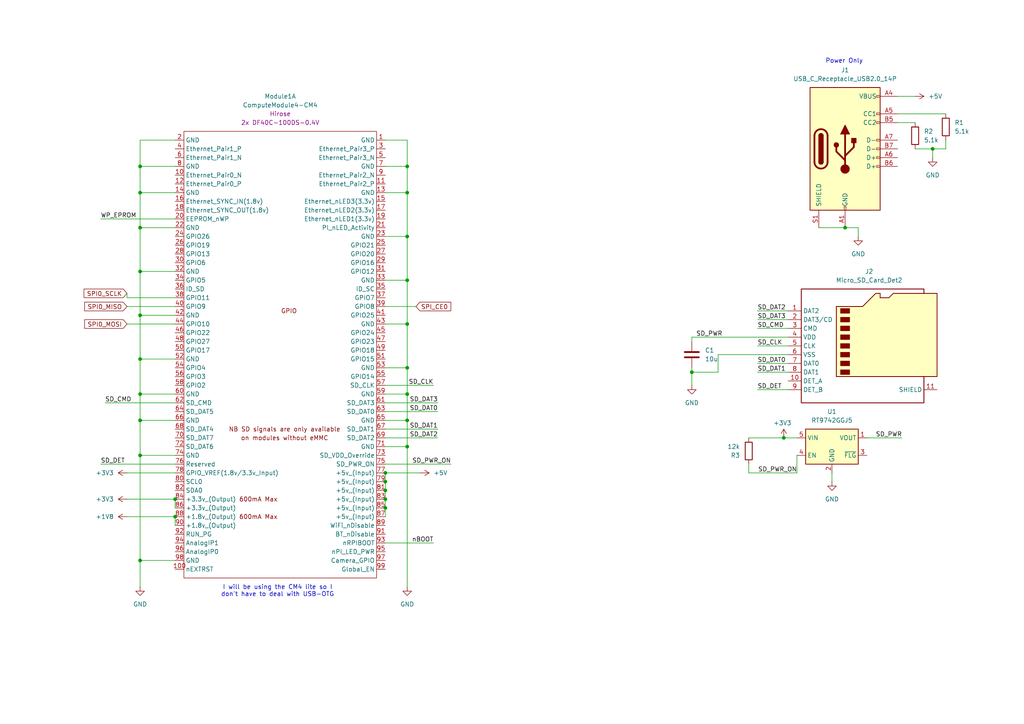
<source format=kicad_sch>
(kicad_sch (version 20250114) (generator "eeschema") (generator_version "9.0")
  (paper "A4")
  (lib_symbols
    (symbol "CM4:ComputeModule4-CM4"
      (property "Reference" "Module" (at 113.03 -68.58 0))
      (property "Value" "ComputeModule4-CM4" (at 140.97 2.54 0))
      (property "Field4" "Hirose" (at 0 0 0))
      (property "Field5" "2x DF40C-100DS-0.4V" (at 0 -2.54 0))
      (symbol "ComputeModule4-CM4_1_0"
        (text "GPIO" (at 0 6.35 0) (effects (font (size 1.27 1.27))))
      )
      (symbol "ComputeModule4-CM4_1_1"
        (rectangle (start -30.48 -71.12) (end 25.4 58.42))
        (text "600mA Max" (at -8.89 -48.26 0) (effects (font (size 1.27 1.27))))
        (text "600mA Max" (at -8.89 -53.34 0) (effects (font (size 1.27 1.27))))
        (text "NB SD signals are only available" (at -1.27 -27.94 0) (effects (font (size 1.27 1.27))))
        (text "on modules without eMMC" (at -1.27 -30.48 0) (effects (font (size 1.27 1.27))))
        (pin power_in line (at -33.02 55.88 0) (length 2.54) (name "GND") (number "2"))
        (pin passive line (at -33.02 53.34 0) (length 2.54) (name "Ethernet_Pair1_P") (number "4"))
        (pin passive line (at -33.02 50.8 0) (length 2.54) (name "Ethernet_Pair1_N") (number "6"))
        (pin power_in line (at -33.02 48.26 0) (length 2.54) (name "GND") (number "8"))
        (pin passive line (at -33.02 45.72 0) (length 2.54) (name "Ethernet_Pair0_N") (number "10"))
        (pin passive line (at -33.02 43.18 0) (length 2.54) (name "Ethernet_Pair0_P") (number "12"))
        (pin power_in line (at -33.02 40.64 0) (length 2.54) (name "GND") (number "14"))
        (pin input line (at -33.02 38.1 0) (length 2.54) (name "Ethernet_SYNC_IN(1.8v)") (number "16"))
        (pin input line (at -33.02 35.56 0) (length 2.54) (name "Ethernet_SYNC_OUT(1.8v)") (number "18"))
        (pin passive line (at -33.02 33.02 0) (length 2.54) (name "EEPROM_nWP") (number "20"))
        (pin power_in line (at -33.02 30.48 0) (length 2.54) (name "GND") (number "22"))
        (pin passive line (at -33.02 27.94 0) (length 2.54) (name "GPIO26") (number "24"))
        (pin passive line (at -33.02 25.4 0) (length 2.54) (name "GPIO19") (number "26"))
        (pin passive line (at -33.02 22.86 0) (length 2.54) (name "GPIO13") (number "28"))
        (pin passive line (at -33.02 20.32 0) (length 2.54) (name "GPIO6") (number "30"))
        (pin power_in line (at -33.02 17.78 0) (length 2.54) (name "GND") (number "32"))
        (pin passive line (at -33.02 15.24 0) (length 2.54) (name "GPIO5") (number "34"))
        (pin passive line (at -33.02 12.7 0) (length 2.54) (name "ID_SD") (number "36"))
        (pin passive line (at -33.02 10.16 0) (length 2.54) (name "GPIO11") (number "38"))
        (pin passive line (at -33.02 7.62 0) (length 2.54) (name "GPIO9") (number "40"))
        (pin power_in line (at -33.02 5.08 0) (length 2.54) (name "GND") (number "42"))
        (pin passive line (at -33.02 2.54 0) (length 2.54) (name "GPIO10") (number "44"))
        (pin passive line (at -33.02 0 0) (length 2.54) (name "GPIO22") (number "46"))
        (pin passive line (at -33.02 -2.54 0) (length 2.54) (name "GPIO27") (number "48"))
        (pin passive line (at -33.02 -5.08 0) (length 2.54) (name "GPIO17") (number "50"))
        (pin power_in line (at -33.02 -7.62 0) (length 2.54) (name "GND") (number "52"))
        (pin passive line (at -33.02 -10.16 0) (length 2.54) (name "GPIO4") (number "54"))
        (pin passive line (at -33.02 -12.7 0) (length 2.54) (name "GPIO3") (number "56"))
        (pin passive line (at -33.02 -15.24 0) (length 2.54) (name "GPIO2") (number "58"))
        (pin power_in line (at -33.02 -17.78 0) (length 2.54) (name "GND") (number "60"))
        (pin passive line (at -33.02 -20.32 0) (length 2.54) (name "SD_CMD") (number "62"))
        (pin passive line (at -33.02 -22.86 0) (length 2.54) (name "SD_DAT5") (number "64"))
        (pin power_in line (at -33.02 -25.4 0) (length 2.54) (name "GND") (number "66"))
        (pin passive line (at -33.02 -27.94 0) (length 2.54) (name "SD_DAT4") (number "68"))
        (pin passive line (at -33.02 -30.48 0) (length 2.54) (name "SD_DAT7") (number "70"))
        (pin passive line (at -33.02 -33.02 0) (length 2.54) (name "SD_DAT6") (number "72"))
        (pin power_in line (at -33.02 -35.56 0) (length 2.54) (name "GND") (number "74"))
        (pin passive line (at -33.02 -38.1 0) (length 2.54) (name "Reserved") (number "76"))
        (pin power_in line (at -33.02 -40.64 0) (length 2.54) (name "GPIO_VREF(1.8v/3.3v_Input)") (number "78"))
        (pin passive line (at -33.02 -43.18 0) (length 2.54) (name "SCL0") (number "80"))
        (pin passive line (at -33.02 -45.72 0) (length 2.54) (name "SDA0") (number "82"))
        (pin power_out line (at -33.02 -48.26 0) (length 2.54) (name "+3.3v_(Output)") (number "84"))
        (pin power_out line (at -33.02 -50.8 0) (length 2.54) (name "+3.3v_(Output)") (number "86"))
        (pin power_out line (at -33.02 -53.34 0) (length 2.54) (name "+1.8v_(Output)") (number "88"))
        (pin power_out line (at -33.02 -55.88 0) (length 2.54) (name "+1.8v_(Output)") (number "90"))
        (pin passive line (at -33.02 -58.42 0) (length 2.54) (name "RUN_PG") (number "92"))
        (pin passive line (at -33.02 -60.96 0) (length 2.54) (name "AnalogIP1") (number "94"))
        (pin passive line (at -33.02 -63.5 0) (length 2.54) (name "AnalogIP0") (number "96"))
        (pin power_in line (at -33.02 -66.04 0) (length 2.54) (name "GND") (number "98"))
        (pin output line (at -33.02 -68.58 0) (length 2.54) (name "nEXTRST") (number "100"))
        (pin power_in line (at 27.94 55.88 180) (length 2.54) (name "GND") (number "1"))
        (pin passive line (at 27.94 53.34 180) (length 2.54) (name "Ethernet_Pair3_P") (number "3"))
        (pin passive line (at 27.94 50.8 180) (length 2.54) (name "Ethernet_Pair3_N") (number "5"))
        (pin power_in line (at 27.94 48.26 180) (length 2.54) (name "GND") (number "7"))
        (pin passive line (at 27.94 45.72 180) (length 2.54) (name "Ethernet_Pair2_N") (number "9"))
        (pin passive line (at 27.94 43.18 180) (length 2.54) (name "Ethernet_Pair2_P") (number "11"))
        (pin power_in line (at 27.94 40.64 180) (length 2.54) (name "GND") (number "13"))
        (pin output line (at 27.94 38.1 180) (length 2.54) (name "Ethernet_nLED3(3.3v)") (number "15"))
        (pin output line (at 27.94 35.56 180) (length 2.54) (name "Ethernet_nLED2(3.3v)") (number "17"))
        (pin output line (at 27.94 33.02 180) (length 2.54) (name "Ethernet_nLED1(3.3v)") (number "19"))
        (pin open_collector line (at 27.94 30.48 180) (length 2.54) (name "PI_nLED_Activity") (number "21"))
        (pin power_in line (at 27.94 27.94 180) (length 2.54) (name "GND") (number "23"))
        (pin passive line (at 27.94 25.4 180) (length 2.54) (name "GPIO21") (number "25"))
        (pin passive line (at 27.94 22.86 180) (length 2.54) (name "GPIO20") (number "27"))
        (pin passive line (at 27.94 20.32 180) (length 2.54) (name "GPIO16") (number "29"))
        (pin passive line (at 27.94 17.78 180) (length 2.54) (name "GPIO12") (number "31"))
        (pin power_in line (at 27.94 15.24 180) (length 2.54) (name "GND") (number "33"))
        (pin passive line (at 27.94 12.7 180) (length 2.54) (name "ID_SC") (number "35"))
        (pin passive line (at 27.94 10.16 180) (length 2.54) (name "GPIO7") (number "37"))
        (pin passive line (at 27.94 7.62 180) (length 2.54) (name "GPIO8") (number "39"))
        (pin passive line (at 27.94 5.08 180) (length 2.54) (name "GPIO25") (number "41"))
        (pin power_in line (at 27.94 2.54 180) (length 2.54) (name "GND") (number "43"))
        (pin passive line (at 27.94 0 180) (length 2.54) (name "GPIO24") (number "45"))
        (pin passive line (at 27.94 -2.54 180) (length 2.54) (name "GPIO23") (number "47"))
        (pin passive line (at 27.94 -5.08 180) (length 2.54) (name "GPIO18") (number "49"))
        (pin passive line (at 27.94 -7.62 180) (length 2.54) (name "GPIO15") (number "51"))
        (pin power_in line (at 27.94 -10.16 180) (length 2.54) (name "GND") (number "53"))
        (pin passive line (at 27.94 -12.7 180) (length 2.54) (name "GPIO14") (number "55"))
        (pin passive line (at 27.94 -15.24 180) (length 2.54) (name "SD_CLK") (number "57"))
        (pin power_in line (at 27.94 -17.78 180) (length 2.54) (name "GND") (number "59"))
        (pin passive line (at 27.94 -20.32 180) (length 2.54) (name "SD_DAT3") (number "61"))
        (pin passive line (at 27.94 -22.86 180) (length 2.54) (name "SD_DAT0") (number "63"))
        (pin power_in line (at 27.94 -25.4 180) (length 2.54) (name "GND") (number "65"))
        (pin passive line (at 27.94 -27.94 180) (length 2.54) (name "SD_DAT1") (number "67"))
        (pin passive line (at 27.94 -30.48 180) (length 2.54) (name "SD_DAT2") (number "69"))
        (pin power_in line (at 27.94 -33.02 180) (length 2.54) (name "GND") (number "71"))
        (pin input line (at 27.94 -35.56 180) (length 2.54) (name "SD_VDD_Override") (number "73"))
        (pin output line (at 27.94 -38.1 180) (length 2.54) (name "SD_PWR_ON") (number "75"))
        (pin power_in line (at 27.94 -40.64 180) (length 2.54) (name "+5v_(Input)") (number "77"))
        (pin power_in line (at 27.94 -43.18 180) (length 2.54) (name "+5v_(Input)") (number "79"))
        (pin power_in line (at 27.94 -45.72 180) (length 2.54) (name "+5v_(Input)") (number "81"))
        (pin power_in line (at 27.94 -48.26 180) (length 2.54) (name "+5v_(Input)") (number "83"))
        (pin power_in line (at 27.94 -50.8 180) (length 2.54) (name "+5v_(Input)") (number "85"))
        (pin power_in line (at 27.94 -53.34 180) (length 2.54) (name "+5v_(Input)") (number "87"))
        (pin power_in line (at 27.94 -55.88 180) (length 2.54) (name "WiFi_nDisable") (number "89"))
        (pin power_in line (at 27.94 -58.42 180) (length 2.54) (name "BT_nDisable") (number "91"))
        (pin input line (at 27.94 -60.96 180) (length 2.54) (name "nRPIBOOT") (number "93"))
        (pin output line (at 27.94 -63.5 180) (length 2.54) (name "nPI_LED_PWR") (number "95"))
        (pin passive line (at 27.94 -66.04 180) (length 2.54) (name "Camera_GPIO") (number "97"))
        (pin input line (at 27.94 -68.58 180) (length 2.54) (name "Global_EN") (number "99"))
      )
      (symbol "ComputeModule4-CM4_2_1"
        (rectangle (start 114.3 -66.04) (end 165.1 63.5))
        (text "High Speed Serial" (at 140.97 0 0) (effects (font (size 1.27 1.27))))
        (pin input line (at 109.22 60.96 0) (length 5.08) (name "PCIe_CLK_nREQ") (number "102"))
        (pin passive line (at 109.22 58.42 0) (length 5.08) (name "Reserved") (number "104"))
        (pin passive line (at 109.22 55.88 0) (length 5.08) (name "Reserved") (number "106"))
        (pin power_in line (at 109.22 53.34 0) (length 5.08) (name "GND") (number "108"))
        (pin output line (at 109.22 50.8 0) (length 5.08) (name "PCIe_CLK_P") (number "110"))
        (pin output line (at 109.22 48.26 0) (length 5.08) (name "PCIe_CLK_N") (number "112"))
        (pin power_in line (at 109.22 45.72 0) (length 5.08) (name "GND") (number "114"))
        (pin input line (at 109.22 43.18 0) (length 5.08) (name "PCIe_RX_P") (number "116"))
        (pin input line (at 109.22 40.64 0) (length 5.08) (name "PCIe_RX_N") (number "118"))
        (pin power_in line (at 109.22 38.1 0) (length 5.08) (name "GND") (number "120"))
        (pin output line (at 109.22 35.56 0) (length 5.08) (name "PCIe_TX_P") (number "122"))
        (pin output line (at 109.22 33.02 0) (length 5.08) (name "PCIe_TX_N") (number "124"))
        (pin power_in line (at 109.22 30.48 0) (length 5.08) (name "GND") (number "126"))
        (pin input line (at 109.22 27.94 0) (length 5.08) (name "CAM0_D0_N") (number "128"))
        (pin input line (at 109.22 25.4 0) (length 5.08) (name "CAM0_D0_P") (number "130"))
        (pin power_in line (at 109.22 22.86 0) (length 5.08) (name "GND") (number "132"))
        (pin input line (at 109.22 20.32 0) (length 5.08) (name "CAM0_D1_N") (number "134"))
        (pin input line (at 109.22 17.78 0) (length 5.08) (name "CAM0_D1_P") (number "136"))
        (pin power_in line (at 109.22 15.24 0) (length 5.08) (name "GND") (number "138"))
        (pin input line (at 109.22 12.7 0) (length 5.08) (name "CAM0_C_N") (number "140"))
        (pin input line (at 109.22 10.16 0) (length 5.08) (name "CAM0_C_P") (number "142"))
        (pin power_in line (at 109.22 7.62 0) (length 5.08) (name "GND") (number "144"))
        (pin output line (at 109.22 5.08 0) (length 5.08) (name "HDMI1_TX2_P") (number "146"))
        (pin output line (at 109.22 2.54 0) (length 5.08) (name "HDMI1_TX2_N") (number "148"))
        (pin power_in line (at 109.22 0 0) (length 5.08) (name "GND") (number "150"))
        (pin output line (at 109.22 -2.54 0) (length 5.08) (name "HDMI1_TX1_P") (number "152"))
        (pin output line (at 109.22 -5.08 0) (length 5.08) (name "HDMI1_TX1_N") (number "154"))
        (pin power_in line (at 109.22 -7.62 0) (length 5.08) (name "GND") (number "156"))
        (pin output line (at 109.22 -10.16 0) (length 5.08) (name "HDMI1_TX0_P") (number "158"))
        (pin output line (at 109.22 -12.7 0) (length 5.08) (name "HDMI1_TX0_N") (number "160"))
        (pin power_in line (at 109.22 -15.24 0) (length 5.08) (name "GND") (number "162"))
        (pin output line (at 109.22 -17.78 0) (length 5.08) (name "HDMI1_CLK_P") (number "164"))
        (pin output line (at 109.22 -20.32 0) (length 5.08) (name "HDMI1_CLK_N") (number "166"))
        (pin power_in line (at 109.22 -22.86 0) (length 5.08) (name "GND") (number "168"))
        (pin output line (at 109.22 -25.4 0) (length 5.08) (name "HDMI0_TX2_P") (number "170"))
        (pin output line (at 109.22 -27.94 0) (length 5.08) (name "HDMI0_TX2_N") (number "172"))
        (pin power_in line (at 109.22 -30.48 0) (length 5.08) (name "GND") (number "174"))
        (pin output line (at 109.22 -33.02 0) (length 5.08) (name "HDMI0_TX1_P") (number "176"))
        (pin output line (at 109.22 -35.56 0) (length 5.08) (name "HDMI0_TX1_N") (number "178"))
        (pin power_in line (at 109.22 -38.1 0) (length 5.08) (name "GND") (number "180"))
        (pin output line (at 109.22 -40.64 0) (length 5.08) (name "HDMI0_TX0_P") (number "182"))
        (pin output line (at 109.22 -43.18 0) (length 5.08) (name "HDMI0_TX0_N") (number "184"))
        (pin power_in line (at 109.22 -45.72 0) (length 5.08) (name "GND") (number "186"))
        (pin output line (at 109.22 -48.26 0) (length 5.08) (name "HDMI0_CLK_P") (number "188"))
        (pin output line (at 109.22 -50.8 0) (length 5.08) (name "HDMI0_CLK_N") (number "190"))
        (pin power_in line (at 109.22 -53.34 0) (length 5.08) (name "GND") (number "192"))
        (pin output line (at 109.22 -55.88 0) (length 5.08) (name "DSI1_D3_N") (number "194"))
        (pin output line (at 109.22 -58.42 0) (length 5.08) (name "DSI1_D3_P") (number "196"))
        (pin power_in line (at 109.22 -60.96 0) (length 5.08) (name "GND") (number "198"))
        (pin open_collector line (at 109.22 -63.5 0) (length 5.08) (name "HDMI0_SCL") (number "200"))
        (pin input line (at 170.18 60.96 180) (length 5.08) (name "USB_OTG_ID") (number "101"))
        (pin passive line (at 170.18 58.42 180) (length 5.08) (name "USB2_N") (number "103"))
        (pin passive line (at 170.18 55.88 180) (length 5.08) (name "USB2_P") (number "105"))
        (pin power_in line (at 170.18 53.34 180) (length 5.08) (name "GND") (number "107"))
        (pin bidirectional line (at 170.18 50.8 180) (length 5.08) (name "PCIe_nRST") (number "109"))
        (pin passive line (at 170.18 48.26 180) (length 5.08) (name "VDAC_COMP") (number "111"))
        (pin power_in line (at 170.18 45.72 180) (length 5.08) (name "GND") (number "113"))
        (pin input line (at 170.18 43.18 180) (length 5.08) (name "CAM1_D0_N") (number "115"))
        (pin input line (at 170.18 40.64 180) (length 5.08) (name "CAM1_D0_P") (number "117"))
        (pin power_in line (at 170.18 38.1 180) (length 5.08) (name "GND") (number "119"))
        (pin input line (at 170.18 35.56 180) (length 5.08) (name "CAM1_D1_N") (number "121"))
        (pin input line (at 170.18 33.02 180) (length 5.08) (name "CAM1_D1_P") (number "123"))
        (pin power_in line (at 170.18 30.48 180) (length 5.08) (name "GND") (number "125"))
        (pin input line (at 170.18 27.94 180) (length 5.08) (name "CAM1_C_N") (number "127"))
        (pin input line (at 170.18 25.4 180) (length 5.08) (name "CAM1_C_P") (number "129"))
        (pin power_in line (at 170.18 22.86 180) (length 5.08) (name "GND") (number "131"))
        (pin input line (at 170.18 20.32 180) (length 5.08) (name "CAM1_D2_N") (number "133"))
        (pin input line (at 170.18 17.78 180) (length 5.08) (name "CAM1_D2_P") (number "135"))
        (pin power_in line (at 170.18 15.24 180) (length 5.08) (name "GND") (number "137"))
        (pin input line (at 170.18 12.7 180) (length 5.08) (name "CAM1_D3_N") (number "139"))
        (pin input line (at 170.18 10.16 180) (length 5.08) (name "CAM1_D3_P") (number "141"))
        (pin input line (at 170.18 7.62 180) (length 5.08) (name "HDMI1_HOTPLUG") (number "143"))
        (pin bidirectional line (at 170.18 5.08 180) (length 5.08) (name "HDMI1_SDA") (number "145"))
        (pin open_collector line (at 170.18 2.54 180) (length 5.08) (name "HDMI1_SCL") (number "147"))
        (pin open_collector line (at 170.18 0 180) (length 5.08) (name "HDMI1_CEC") (number "149"))
        (pin open_collector line (at 170.18 -2.54 180) (length 5.08) (name "HDMI0_CEC") (number "151"))
        (pin input line (at 170.18 -5.08 180) (length 5.08) (name "HDMI0_HOTPLUG") (number "153"))
        (pin power_in line (at 170.18 -7.62 180) (length 5.08) (name "GND") (number "155"))
        (pin output line (at 170.18 -10.16 180) (length 5.08) (name "DSI0_D0_N") (number "157"))
        (pin output line (at 170.18 -12.7 180) (length 5.08) (name "DSI0_D0_P") (number "159"))
        (pin power_in line (at 170.18 -15.24 180) (length 5.08) (name "GND") (number "161"))
        (pin output line (at 170.18 -17.78 180) (length 5.08) (name "DSI0_D1_N") (number "163"))
        (pin output line (at 170.18 -20.32 180) (length 5.08) (name "DSI0_D1_P") (number "165"))
        (pin power_in line (at 170.18 -22.86 180) (length 5.08) (name "GND") (number "167"))
        (pin output line (at 170.18 -25.4 180) (length 5.08) (name "DSI0_C_N") (number "169"))
        (pin output line (at 170.18 -27.94 180) (length 5.08) (name "DSI0_C_P") (number "171"))
        (pin power_in line (at 170.18 -30.48 180) (length 5.08) (name "GND") (number "173"))
        (pin output line (at 170.18 -33.02 180) (length 5.08) (name "DSI1_D0_N") (number "175"))
        (pin output line (at 170.18 -35.56 180) (length 5.08) (name "DSI1_D0_P") (number "177"))
        (pin power_in line (at 170.18 -38.1 180) (length 5.08) (name "GND") (number "179"))
        (pin output line (at 170.18 -40.64 180) (length 5.08) (name "DSI1_D1_N") (number "181"))
        (pin output line (at 170.18 -43.18 180) (length 5.08) (name "DSI1_D1_P") (number "183"))
        (pin power_in line (at 170.18 -45.72 180) (length 5.08) (name "GND") (number "185"))
        (pin output line (at 170.18 -48.26 180) (length 5.08) (name "DSI1_C_N") (number "187"))
        (pin output line (at 170.18 -50.8 180) (length 5.08) (name "DSI1_C_P") (number "189"))
        (pin power_in line (at 170.18 -53.34 180) (length 5.08) (name "GND") (number "191"))
        (pin output line (at 170.18 -55.88 180) (length 5.08) (name "DSI1_D2_N") (number "193"))
        (pin output line (at 170.18 -58.42 180) (length 5.08) (name "DSI1_D2_P") (number "195"))
        (pin power_in line (at 170.18 -60.96 180) (length 5.08) (name "GND") (number "197"))
        (pin bidirectional line (at 170.18 -63.5 180) (length 5.08) (name "HDMI0_SDA") (number "199"))
      )
    )
    (symbol "Connector:Micro_SD_Card_Det2"
      (property "Reference" "J" (at -16.51 17.78 0))
      (property "Value" "Micro_SD_Card_Det2" (at 16.51 17.78 0))
      (symbol "Micro_SD_Card_Det2_0_1"
        (polyline (pts (xy -8.89 -8.89) (xy -8.89 11.43) (xy -1.27 11.43) (xy 2.54 15.24) (xy 3.81 15.24) (xy 3.81 13.97) (xy 6.35 13.97) (xy 7.62 15.24) (xy 20.32 15.24) (xy 20.32 -8.89) (xy -8.89 -8.89)) (stroke (width 0.254)) (fill (type background)))
        (rectangle (start -7.62 10.795) (end -5.08 9.525) (stroke (width 0.254)) (fill (type outline)))
        (rectangle (start -7.62 8.255) (end -5.08 6.985) (stroke (width 0.254)) (fill (type outline)))
        (rectangle (start -7.62 5.715) (end -5.08 4.445) (stroke (width 0.254)) (fill (type outline)))
        (rectangle (start -7.62 3.175) (end -5.08 1.905) (stroke (width 0.254)) (fill (type outline)))
        (rectangle (start -7.62 0.635) (end -5.08 -0.635) (stroke (width 0.254)) (fill (type outline)))
        (rectangle (start -7.62 -1.905) (end -5.08 -3.175) (stroke (width 0.254)) (fill (type outline)))
        (rectangle (start -7.62 -4.445) (end -5.08 -5.715) (stroke (width 0.254)) (fill (type outline)))
        (rectangle (start -7.62 -6.985) (end -5.08 -8.255) (stroke (width 0.254)) (fill (type outline)))
        (polyline (pts (xy 16.51 15.24) (xy 16.51 16.51) (xy -19.05 16.51) (xy -19.05 -16.51) (xy 16.51 -16.51) (xy 16.51 -8.89)) (stroke (width 0.254)))
      )
      (symbol "Micro_SD_Card_Det2_1_1"
        (pin bidirectional line (at -22.86 10.16 0) (length 3.81) (name "DAT2") (number "1"))
        (pin bidirectional line (at -22.86 7.62 0) (length 3.81) (name "DAT3/CD") (number "2"))
        (pin input line (at -22.86 5.08 0) (length 3.81) (name "CMD") (number "3"))
        (pin power_in line (at -22.86 2.54 0) (length 3.81) (name "VDD") (number "4"))
        (pin input line (at -22.86 0 0) (length 3.81) (name "CLK") (number "5"))
        (pin power_in line (at -22.86 -2.54 0) (length 3.81) (name "VSS") (number "6"))
        (pin bidirectional line (at -22.86 -5.08 0) (length 3.81) (name "DAT0") (number "7"))
        (pin bidirectional line (at -22.86 -7.62 0) (length 3.81) (name "DAT1") (number "8"))
        (pin passive line (at -22.86 -10.16 0) (length 3.81) (name "DET_A") (number "10"))
        (pin passive line (at -22.86 -12.7 0) (length 3.81) (name "DET_B") (number "9"))
        (pin passive line (at 20.32 -12.7 180) (length 3.81) (name "SHIELD") (number "11"))
      )
    )
    (symbol "Connector:USB_C_Receptacle_USB2.0_14P" (pin_names (offset 1.016))
      (property "Reference" "J" (at 0 22.225 0))
      (property "Value" "USB_C_Receptacle_USB2.0_14P" (at 0 19.685 0))
      (symbol "USB_C_Receptacle_USB2.0_14P_0_0"
        (rectangle (start -0.254 -17.78) (end 0.254 -16.764))
        (rectangle (start 10.16 15.494) (end 9.144 14.986))
        (rectangle (start 10.16 10.414) (end 9.144 9.906))
        (rectangle (start 10.16 7.874) (end 9.144 7.366))
        (rectangle (start 10.16 2.794) (end 9.144 2.286))
        (rectangle (start 10.16 0.254) (end 9.144 -0.254))
        (rectangle (start 10.16 -2.286) (end 9.144 -2.794))
        (rectangle (start 10.16 -4.826) (end 9.144 -5.334))
      )
      (symbol "USB_C_Receptacle_USB2.0_14P_0_1"
        (rectangle (start -10.16 17.78) (end 10.16 -17.78) (stroke (width 0.254)) (fill (type background)))
        (polyline (pts (xy -8.89 -3.81) (xy -8.89 3.81)) (stroke (width 0.508)))
        (rectangle (start -7.62 -3.81) (end -6.35 3.81) (stroke (width 0.254)) (fill (type outline)))
        (arc (start -7.62 3.81) (mid -6.985 4.4423) (end -6.35 3.81) (stroke (width 0.254)))
        (arc (start -7.62 3.81) (mid -6.985 4.4423) (end -6.35 3.81) (stroke (width 0.254)) (fill (type outline)))
        (arc (start -8.89 3.81) (mid -6.985 5.7067) (end -5.08 3.81) (stroke (width 0.508)))
        (arc (start -5.08 -3.81) (mid -6.985 -5.7067) (end -8.89 -3.81) (stroke (width 0.508)))
        (arc (start -6.35 -3.81) (mid -6.985 -4.4423) (end -7.62 -3.81) (stroke (width 0.254)))
        (arc (start -6.35 -3.81) (mid -6.985 -4.4423) (end -7.62 -3.81) (stroke (width 0.254)) (fill (type outline)))
        (polyline (pts (xy -5.08 3.81) (xy -5.08 -3.81)) (stroke (width 0.508)))
        (circle (center -2.54 1.143) (radius 0.635) (stroke (width 0.254)) (fill (type outline)))
        (polyline (pts (xy -1.27 4.318) (xy 0 6.858) (xy 1.27 4.318) (xy -1.27 4.318)) (stroke (width 0.254)) (fill (type outline)))
        (polyline (pts (xy 0 -2.032) (xy 2.54 0.508) (xy 2.54 1.778)) (stroke (width 0.508)))
        (polyline (pts (xy 0 -3.302) (xy -2.54 -0.762) (xy -2.54 0.508)) (stroke (width 0.508)))
        (polyline (pts (xy 0 -5.842) (xy 0 4.318)) (stroke (width 0.508)))
        (circle (center 0 -5.842) (radius 1.27) (fill (type outline)))
        (rectangle (start 1.905 1.778) (end 3.175 3.048) (stroke (width 0.254)) (fill (type outline)))
      )
      (symbol "USB_C_Receptacle_USB2.0_14P_1_1"
        (pin passive line (at -7.62 -22.86 90) (length 5.08) (name "SHIELD") (number "S1"))
        (pin passive line (at 0 -22.86 90) (length 5.08) (name "GND") (number "A1"))
        (pin passive line (at 0 -22.86 90) (length 5.08) (hide yes) (name "GND") (number "A12"))
        (pin passive line (at 0 -22.86 90) (length 5.08) (hide yes) (name "GND") (number "B1"))
        (pin passive line (at 0 -22.86 90) (length 5.08) (hide yes) (name "GND") (number "B12"))
        (pin passive line (at 15.24 15.24 180) (length 5.08) (name "VBUS") (number "A4"))
        (pin passive line (at 15.24 15.24 180) (length 5.08) (hide yes) (name "VBUS") (number "A9"))
        (pin passive line (at 15.24 15.24 180) (length 5.08) (hide yes) (name "VBUS") (number "B4"))
        (pin passive line (at 15.24 15.24 180) (length 5.08) (hide yes) (name "VBUS") (number "B9"))
        (pin bidirectional line (at 15.24 10.16 180) (length 5.08) (name "CC1") (number "A5"))
        (pin bidirectional line (at 15.24 7.62 180) (length 5.08) (name "CC2") (number "B5"))
        (pin bidirectional line (at 15.24 2.54 180) (length 5.08) (name "D-") (number "A7"))
        (pin bidirectional line (at 15.24 0 180) (length 5.08) (name "D-") (number "B7"))
        (pin bidirectional line (at 15.24 -2.54 180) (length 5.08) (name "D+") (number "A6"))
        (pin bidirectional line (at 15.24 -5.08 180) (length 5.08) (name "D+") (number "B6"))
      )
    )
    (symbol "Device:C" (pin_numbers (hide yes)) (pin_names (offset 0.254))
      (property "Reference" "C" (at 0.635 2.54 0))
      (property "Value" "C" (at 0.635 -2.54 0))
      (symbol "C_0_1"
        (polyline (pts (xy -2.032 0.762) (xy 2.032 0.762)) (stroke (width 0.508)))
        (polyline (pts (xy -2.032 -0.762) (xy 2.032 -0.762)) (stroke (width 0.508)))
      )
      (symbol "C_1_1"
        (pin passive line (at 0 3.81 270) (length 2.794) (name "~") (number "1"))
        (pin passive line (at 0 -3.81 90) (length 2.794) (name "~") (number "2"))
      )
    )
    (symbol "Device:R" (pin_numbers (hide yes)) (pin_names (offset 0))
      (property "Reference" "R" (at 2.032 0 90))
      (property "Value" "R" (at 0 0 90))
      (symbol "R_0_1"
        (rectangle (start -1.016 -2.54) (end 1.016 2.54) (stroke (width 0.254)))
      )
      (symbol "R_1_1"
        (pin passive line (at 0 3.81 270) (length 1.27) (name "~") (number "1"))
        (pin passive line (at 0 -3.81 90) (length 1.27) (name "~") (number "2"))
      )
    )
    (symbol "Power_Management:RT9742AGJ5F"
      (property "Reference" "U" (at 0 10.16 0))
      (property "Value" "RT9742AGJ5F" (at 0 7.62 0))
      (symbol "RT9742AGJ5F_0_1"
        (rectangle (start -7.62 5.08) (end 7.62 -5.08) (stroke (width 0.254)) (fill (type background)))
      )
      (symbol "RT9742AGJ5F_1_1"
        (pin power_in line (at -10.16 2.54 0) (length 2.54) (name "VIN") (number "5"))
        (pin input line (at -10.16 -2.54 0) (length 2.54) (name "EN") (number "4"))
        (pin power_in line (at 0 -7.62 90) (length 2.54) (name "GND") (number "2"))
        (pin power_out line (at 10.16 2.54 180) (length 2.54) (name "VOUT") (number "1"))
        (pin open_collector line (at 10.16 -2.54 180) (length 2.54) (name "~{FLG}") (number "3"))
      )
    )
    (symbol "power:+1V8" (power) (pin_numbers (hide yes)) (pin_names (offset 0) (hide yes))
      (property "Value" "+1V8" (at 0 3.556 0))
      (symbol "+1V8_0_1"
        (polyline (pts (xy -0.762 1.27) (xy 0 2.54)))
        (polyline (pts (xy 0 2.54) (xy 0.762 1.27)))
        (polyline (pts (xy 0 0) (xy 0 2.54)))
      )
      (symbol "+1V8_1_1"
        (pin power_in line (at 0 0 90) (length 0) (name "~") (number "1"))
      )
    )
    (symbol "power:+3V3" (power) (pin_numbers (hide yes)) (pin_names (offset 0) (hide yes))
      (property "Value" "+3V3" (at 0 3.556 0))
      (symbol "+3V3_0_1"
        (polyline (pts (xy -0.762 1.27) (xy 0 2.54)))
        (polyline (pts (xy 0 2.54) (xy 0.762 1.27)))
        (polyline (pts (xy 0 0) (xy 0 2.54)))
      )
      (symbol "+3V3_1_1"
        (pin power_in line (at 0 0 90) (length 0) (name "~") (number "1"))
      )
    )
    (symbol "power:+5V" (power) (pin_numbers (hide yes)) (pin_names (offset 0) (hide yes))
      (property "Value" "+5V" (at 0 3.556 0))
      (symbol "+5V_0_1"
        (polyline (pts (xy -0.762 1.27) (xy 0 2.54)))
        (polyline (pts (xy 0 2.54) (xy 0.762 1.27)))
        (polyline (pts (xy 0 0) (xy 0 2.54)))
      )
      (symbol "+5V_1_1"
        (pin power_in line (at 0 0 90) (length 0) (name "~") (number "1"))
      )
    )
    (symbol "power:GND" (power) (pin_numbers (hide yes)) (pin_names (offset 0) (hide yes))
      (property "Value" "GND" (at 0 -3.81 0))
      (symbol "GND_0_1"
        (polyline (pts (xy 0 0) (xy 0 -1.27) (xy 1.27 -1.27) (xy 0 -2.54) (xy -1.27 -1.27) (xy 0 -1.27)))
      )
      (symbol "GND_1_1"
        (pin power_in line (at 0 0 270) (length 0) (name "~") (number "1"))
      )
    )
  )
  (text "Power Only" (at 244.856 17.78 0) (effects (font (size 1.27 1.27))))
  (text "I will be using the CM4 lite so I\ndon't have to deal with USB-OTG" (at 80.518 171.45 0) (effects (font (size 1.27 1.27))))
  (junction (at 200.66 107.95))
  (junction (at 40.64 121.92))
  (junction (at 111.76 142.24))
  (junction (at 118.11 68.58))
  (junction (at 118.11 106.68))
  (junction (at 111.76 137.16))
  (junction (at 111.76 144.78))
  (junction (at 40.64 91.44))
  (junction (at 118.11 93.98))
  (junction (at 40.64 132.08))
  (junction (at 270.51 43.18))
  (junction (at 40.64 104.14))
  (junction (at 118.11 81.28))
  (junction (at 118.11 48.26))
  (junction (at 40.64 114.3))
  (junction (at 40.64 78.74))
  (junction (at 118.11 129.54))
  (junction (at 111.76 139.7))
  (junction (at 111.76 147.32))
  (junction (at 40.64 162.56))
  (junction (at 245.11 66.04))
  (junction (at 40.64 48.26))
  (junction (at 227.33 127))
  (junction (at 118.11 55.88))
  (junction (at 40.64 55.88))
  (junction (at 40.64 66.04))
  (junction (at 118.11 121.92))
  (junction (at 50.8 149.86))
  (junction (at 50.8 144.78))
  (junction (at 118.11 114.3))
  (wire (pts (xy 217.17 137.16) (xy 231.14 137.16)))
  (wire (pts (xy 200.66 107.95) (xy 200.66 111.76)))
  (wire (pts (xy 111.76 147.32) (xy 111.76 149.86)))
  (wire (pts (xy 111.76 119.38) (xy 127 119.38)))
  (wire (pts (xy 111.76 88.9) (xy 120.65 88.9)))
  (wire (pts (xy 50.8 66.04) (xy 40.64 66.04)))
  (wire (pts (xy 40.64 132.08) (xy 40.64 162.56)))
  (wire (pts (xy 270.51 43.18) (xy 270.51 45.72)))
  (wire (pts (xy 40.64 104.14) (xy 40.64 114.3)))
  (wire (pts (xy 40.64 48.26) (xy 40.64 55.88)))
  (wire (pts (xy 260.35 27.94) (xy 265.43 27.94)))
  (wire (pts (xy 219.71 100.33) (xy 228.6 100.33)))
  (wire (pts (xy 200.66 106.68) (xy 200.66 107.95)))
  (wire (pts (xy 200.66 97.79) (xy 228.6 97.79)))
  (wire (pts (xy 36.83 149.86) (xy 50.8 149.86)))
  (wire (pts (xy 265.43 43.18) (xy 270.51 43.18)))
  (wire (pts (xy 111.76 48.26) (xy 118.11 48.26)))
  (wire (pts (xy 36.83 93.98) (xy 50.8 93.98)))
  (wire (pts (xy 36.83 86.36) (xy 50.8 86.36)))
  (wire (pts (xy 40.64 91.44) (xy 40.64 104.14)))
  (wire (pts (xy 111.76 68.58) (xy 118.11 68.58)))
  (wire (pts (xy 50.8 91.44) (xy 40.64 91.44)))
  (wire (pts (xy 36.83 144.78) (xy 50.8 144.78)))
  (wire (pts (xy 111.76 111.76) (xy 125.73 111.76)))
  (wire (pts (xy 40.64 114.3) (xy 40.64 121.92)))
  (wire (pts (xy 228.6 102.87) (xy 208.28 102.87)))
  (wire (pts (xy 50.8 40.64) (xy 40.64 40.64)))
  (wire (pts (xy 40.64 66.04) (xy 40.64 78.74)))
  (wire (pts (xy 111.76 121.92) (xy 118.11 121.92)))
  (wire (pts (xy 29.21 134.62) (xy 50.8 134.62)))
  (wire (pts (xy 111.76 81.28) (xy 118.11 81.28)))
  (wire (pts (xy 30.48 116.84) (xy 50.8 116.84)))
  (wire (pts (xy 40.64 162.56) (xy 50.8 162.56)))
  (wire (pts (xy 40.64 55.88) (xy 40.64 66.04)))
  (wire (pts (xy 111.76 93.98) (xy 118.11 93.98)))
  (wire (pts (xy 40.64 48.26) (xy 50.8 48.26)))
  (wire (pts (xy 260.35 35.56) (xy 265.43 35.56)))
  (wire (pts (xy 200.66 99.06) (xy 200.66 97.79)))
  (wire (pts (xy 219.71 113.03) (xy 228.6 113.03)))
  (wire (pts (xy 118.11 40.64) (xy 111.76 40.64)))
  (wire (pts (xy 208.28 102.87) (xy 208.28 107.95)))
  (wire (pts (xy 111.76 134.62) (xy 130.81 134.62)))
  (wire (pts (xy 111.76 116.84) (xy 127 116.84)))
  (wire (pts (xy 111.76 144.78) (xy 111.76 147.32)))
  (wire (pts (xy 260.35 33.02) (xy 274.32 33.02)))
  (wire (pts (xy 219.71 90.17) (xy 228.6 90.17)))
  (wire (pts (xy 248.92 66.04) (xy 248.92 68.58)))
  (wire (pts (xy 237.49 66.04) (xy 245.11 66.04)))
  (wire (pts (xy 40.64 132.08) (xy 50.8 132.08)))
  (wire (pts (xy 111.76 55.88) (xy 118.11 55.88)))
  (wire (pts (xy 40.64 121.92) (xy 40.64 132.08)))
  (wire (pts (xy 50.8 114.3) (xy 40.64 114.3)))
  (wire (pts (xy 274.32 43.18) (xy 270.51 43.18)))
  (wire (pts (xy 118.11 114.3) (xy 118.11 121.92)))
  (wire (pts (xy 111.76 129.54) (xy 118.11 129.54)))
  (wire (pts (xy 36.83 137.16) (xy 50.8 137.16)))
  (wire (pts (xy 245.11 66.04) (xy 248.92 66.04)))
  (wire (pts (xy 40.64 78.74) (xy 50.8 78.74)))
  (wire (pts (xy 217.17 127) (xy 227.33 127)))
  (wire (pts (xy 118.11 121.92) (xy 118.11 129.54)))
  (wire (pts (xy 29.21 63.5) (xy 50.8 63.5)))
  (wire (pts (xy 111.76 137.16) (xy 111.76 139.7)))
  (wire (pts (xy 118.11 68.58) (xy 118.11 55.88)))
  (wire (pts (xy 219.71 105.41) (xy 228.6 105.41)))
  (wire (pts (xy 111.76 157.48) (xy 125.73 157.48)))
  (wire (pts (xy 217.17 134.62) (xy 217.17 137.16)))
  (wire (pts (xy 111.76 114.3) (xy 118.11 114.3)))
  (wire (pts (xy 36.83 85.09) (xy 36.83 86.36)))
  (wire (pts (xy 274.32 43.18) (xy 274.32 40.64)))
  (wire (pts (xy 111.76 127) (xy 127 127)))
  (wire (pts (xy 118.11 55.88) (xy 118.11 48.26)))
  (wire (pts (xy 40.64 104.14) (xy 50.8 104.14)))
  (wire (pts (xy 118.11 93.98) (xy 118.11 81.28)))
  (wire (pts (xy 50.8 144.78) (xy 50.8 147.32)))
  (wire (pts (xy 111.76 142.24) (xy 111.76 144.78)))
  (wire (pts (xy 111.76 137.16) (xy 121.92 137.16)))
  (wire (pts (xy 40.64 55.88) (xy 50.8 55.88)))
  (wire (pts (xy 50.8 149.86) (xy 50.8 152.4)))
  (wire (pts (xy 50.8 121.92) (xy 40.64 121.92)))
  (wire (pts (xy 208.28 107.95) (xy 200.66 107.95)))
  (wire (pts (xy 111.76 139.7) (xy 111.76 142.24)))
  (wire (pts (xy 219.71 95.25) (xy 228.6 95.25)))
  (wire (pts (xy 40.64 78.74) (xy 40.64 91.44)))
  (wire (pts (xy 219.71 92.71) (xy 228.6 92.71)))
  (wire (pts (xy 118.11 129.54) (xy 118.11 170.18)))
  (wire (pts (xy 111.76 124.46) (xy 127 124.46)))
  (wire (pts (xy 219.71 107.95) (xy 228.6 107.95)))
  (wire (pts (xy 118.11 81.28) (xy 118.11 68.58)))
  (wire (pts (xy 241.3 137.16) (xy 241.3 139.7)))
  (wire (pts (xy 111.76 106.68) (xy 118.11 106.68)))
  (wire (pts (xy 118.11 114.3) (xy 118.11 106.68)))
  (wire (pts (xy 251.46 127) (xy 261.62 127)))
  (wire (pts (xy 118.11 48.26) (xy 118.11 40.64)))
  (wire (pts (xy 231.14 132.08) (xy 231.14 137.16)))
  (wire (pts (xy 40.64 162.56) (xy 40.64 170.18)))
  (wire (pts (xy 227.33 127) (xy 231.14 127)))
  (wire (pts (xy 40.64 40.64) (xy 40.64 48.26)))
  (wire (pts (xy 118.11 106.68) (xy 118.11 93.98)))
  (wire (pts (xy 36.83 88.9) (xy 50.8 88.9)))
  (label "SD_DAT3" (at 219.71 92.71 0))
  (label "SD_CMD" (at 219.71 95.25 0))
  (label "SD_DET" (at 29.21 134.62 0))
  (label "SD_PWR" (at 209.55 97.79 180))
  (label "SD_CMD" (at 30.48 116.84 0))
  (label "SD_PWR_ON" (at 130.81 134.62 180))
  (label "SD_DET" (at 219.71 113.03 0))
  (label "SD_DAT3" (at 127 116.84 180))
  (label "SD_DAT0" (at 219.71 105.41 0))
  (label "SD_CLK" (at 219.71 100.33 0))
  (label "SD_PWR" (at 261.62 127 180))
  (label "WP_EPROM" (at 29.21 63.5 0))
  (label "nBOOT" (at 125.73 157.48 180))
  (label "SD_DAT1" (at 127 124.46 180))
  (label "SD_DAT0" (at 127 119.38 180))
  (label "SD_DAT2" (at 219.71 90.17 0))
  (label "SD_CLK" (at 125.73 111.76 180))
  (label "SD_DAT2" (at 127 127 180))
  (label "SD_PWR_ON" (at 231.14 137.16 180))
  (label "SD_DAT1" (at 219.71 107.95 0))
  (global_label "SPI0_SCLK" (shape input) (at 36.83 85.09 180) (property "Intersheetrefs" "${INTERSHEET_REFS}" (effects (hide yes))))
  (global_label "SPI0_MOSI" (shape input) (at 36.83 93.98 180) (property "Intersheetrefs" "${INTERSHEET_REFS}" (effects (hide yes))))
  (global_label "SPI_CE0" (shape input) (at 120.65 88.9 0) (property "Intersheetrefs" "${INTERSHEET_REFS}" (effects (hide yes))))
  (global_label "SPI0_MISO" (shape input) (at 36.83 88.9 180) (property "Intersheetrefs" "${INTERSHEET_REFS}" (effects (hide yes))))
  (symbol (lib_id "power:+5V") (at 265.43 27.94 270) (unit 1)
    (property "Reference" "#PWR05" (effects (hide yes)))
    (property "Value" "+5V" (at 269.24 27.9399 90) (effects (justify left)))
    (property "Description" "Power symbol creates a global label with name \"+5V\"" (effects (hide yes)))
  )
  (symbol (lib_id "power:GND") (at 118.11 170.18 0) (unit 1)
    (property "Reference" "#PWR01" (effects (hide yes)))
    (property "Value" "GND" (at 118.11 175.26 0))
    (property "Description" "Power symbol creates a global label with name \"GND\" , ground" (effects (hide yes)))
  )
  (symbol (lib_id "power:+5V") (at 121.92 137.16 270) (unit 1)
    (property "Reference" "#PWR06" (effects (hide yes)))
    (property "Value" "+5V" (at 125.73 137.1599 90) (effects (justify left)))
    (property "Description" "Power symbol creates a global label with name \"+5V\"" (effects (hide yes)))
  )
  (symbol (lib_id "power:+3V3") (at 227.33 127 0) (unit 1)
    (property "Reference" "#PWR07" (effects (hide yes)))
    (property "Value" "+3V3" (at 224.282 122.682 0) (effects (justify left)))
    (property "Description" "Power symbol creates a global label with name \"+3V3\"" (effects (hide yes)))
  )
  (symbol (lib_id "power:+3V3") (at 36.83 144.78 90) (unit 1)
    (property "Reference" "#PWR09" (effects (hide yes)))
    (property "Value" "+3V3" (at 33.02 144.7799 90) (effects (justify left)))
    (property "Description" "Power symbol creates a global label with name \"+3V3\"" (effects (hide yes)))
  )
  (symbol (lib_id "Device:R") (at 265.43 39.37 0) (unit 1)
    (property "Reference" "R2" (at 267.97 38.0999 0) (effects (justify left)))
    (property "Value" "5.1k" (at 267.97 40.6399 0) (effects (justify left)))
    (property "Description" "Resistor" (effects (hide yes)))
  )
  (symbol (lib_id "power:GND") (at 40.64 170.18 0) (unit 1)
    (property "Reference" "#PWR02" (effects (hide yes)))
    (property "Value" "GND" (at 40.64 175.26 0))
    (property "Description" "Power symbol creates a global label with name \"GND\" , ground" (effects (hide yes)))
  )
  (symbol (lib_id "Connector:USB_C_Receptacle_USB2.0_14P") (at 245.11 43.18 0) (unit 1)
    (property "Reference" "J1" (at 245.11 20.32 0))
    (property "Value" "USB_C_Receptacle_USB2.0_14P" (at 245.11 22.86 0))
    (property "Datasheet" "https://www.usb.org/sites/default/files/documents/usb_type-c.zip" (effects (hide yes)))
    (property "Description" "USB 2.0-only 14P Type-C Receptacle connector" (effects (hide yes)))
  )
  (symbol (lib_id "Device:R") (at 274.32 36.83 0) (unit 1)
    (property "Reference" "R1" (at 276.86 35.5599 0) (effects (justify left)))
    (property "Value" "5.1k" (at 276.86 38.0999 0) (effects (justify left)))
    (property "Description" "Resistor" (effects (hide yes)))
  )
  (symbol (lib_id "Connector:Micro_SD_Card_Det2") (at 251.46 100.33 0) (unit 1)
    (property "Reference" "J2" (at 252.095 78.74 0))
    (property "Value" "Micro_SD_Card_Det2" (at 252.095 81.28 0))
    (property "Datasheet" "https://www.hirose.com/en/product/document?clcode=&productname=&series=DM3&documenttype=Catalog&lang=en&documentid=D49662_en" (effects (hide yes)))
    (property "Description" "Micro SD Card Socket with two card detection pins" (effects (hide yes)))
  )
  (symbol (lib_id "Device:R") (at 217.17 130.81 180) (unit 1)
    (property "Reference" "R3" (at 214.63 132.0801 0) (effects (justify left)))
    (property "Value" "12k" (at 214.63 129.5401 0) (effects (justify left)))
    (property "Description" "Resistor" (effects (hide yes)))
  )
  (symbol (lib_id "Device:C") (at 200.66 102.87 0) (unit 1)
    (property "Reference" "C1" (at 204.47 101.5999 0) (effects (justify left)))
    (property "Value" "10u" (at 204.47 104.1399 0) (effects (justify left)))
    (property "Description" "Unpolarized capacitor" (effects (hide yes)))
  )
  (symbol (lib_id "CM4:ComputeModule4-CM4") (at 83.82 96.52 0) (unit 1)
    (property "Reference" "Module1" (at 81.28 27.94 0))
    (property "Value" "ComputeModule4-CM4" (at 81.28 30.48 0))
    (property "Footprint" "CM4IO:Raspberry-Pi-4-Compute-Module" (effects (hide yes)))
    (property "Field4" "Hirose" (at 81.28 33.02 0))
    (property "Field5" "2x DF40C-100DS-0.4V" (at 81.28 35.56 0))
  )
  (symbol (lib_id "power:GND") (at 270.51 45.72 0) (unit 1)
    (property "Reference" "#PWR03" (effects (hide yes)))
    (property "Value" "GND" (at 270.51 50.8 0))
    (property "Description" "Power symbol creates a global label with name \"GND\" , ground" (effects (hide yes)))
  )
  (symbol (lib_id "power:+1V8") (at 36.83 149.86 90) (unit 1)
    (property "Reference" "#PWR011" (effects (hide yes)))
    (property "Value" "+1V8" (at 33.02 149.8599 90) (effects (justify left)))
    (property "Description" "Power symbol creates a global label with name \"+1V8\"" (effects (hide yes)))
  )
  (symbol (lib_id "power:GND") (at 200.66 111.76 0) (unit 1)
    (property "Reference" "#PWR012" (effects (hide yes)))
    (property "Value" "GND" (at 200.66 116.84 0))
    (property "Description" "Power symbol creates a global label with name \"GND\" , ground" (effects (hide yes)))
  )
  (symbol (lib_id "power:GND") (at 241.3 139.7 0) (unit 1)
    (property "Reference" "#PWR08" (effects (hide yes)))
    (property "Value" "GND" (at 241.3 144.78 0))
    (property "Description" "Power symbol creates a global label with name \"GND\" , ground" (effects (hide yes)))
  )
  (symbol (lib_id "Power_Management:RT9742AGJ5F") (at 241.3 129.54 0) (unit 1)
    (property "Reference" "U1" (at 241.3 119.38 0))
    (property "Value" "RT9742GGJ5" (at 241.3 121.92 0))
    (property "Footprint" "Package_TO_SOT_SMD:TSOT-23-5" (effects (hide yes)))
    (property "Datasheet" "https://www.richtek.com/assets/product_file/RT9742/DS9742-10.pdf" (effects (hide yes)))
    (property "Description" "3A, Discharge, Active High EN, TSOT-23-5" (effects (hide yes)))
  )
  (symbol (lib_id "power:GND") (at 248.92 68.58 0) (unit 1)
    (property "Reference" "#PWR04" (effects (hide yes)))
    (property "Value" "GND" (at 248.92 73.66 0))
    (property "Description" "Power symbol creates a global label with name \"GND\" , ground" (effects (hide yes)))
  )
  (symbol (lib_id "power:+3V3") (at 36.83 137.16 90) (unit 1)
    (property "Reference" "#PWR010" (effects (hide yes)))
    (property "Value" "+3V3" (at 33.02 137.1599 90) (effects (justify left)))
    (property "Description" "Power symbol creates a global label with name \"+3V3\"" (effects (hide yes)))
  )
)
</source>
